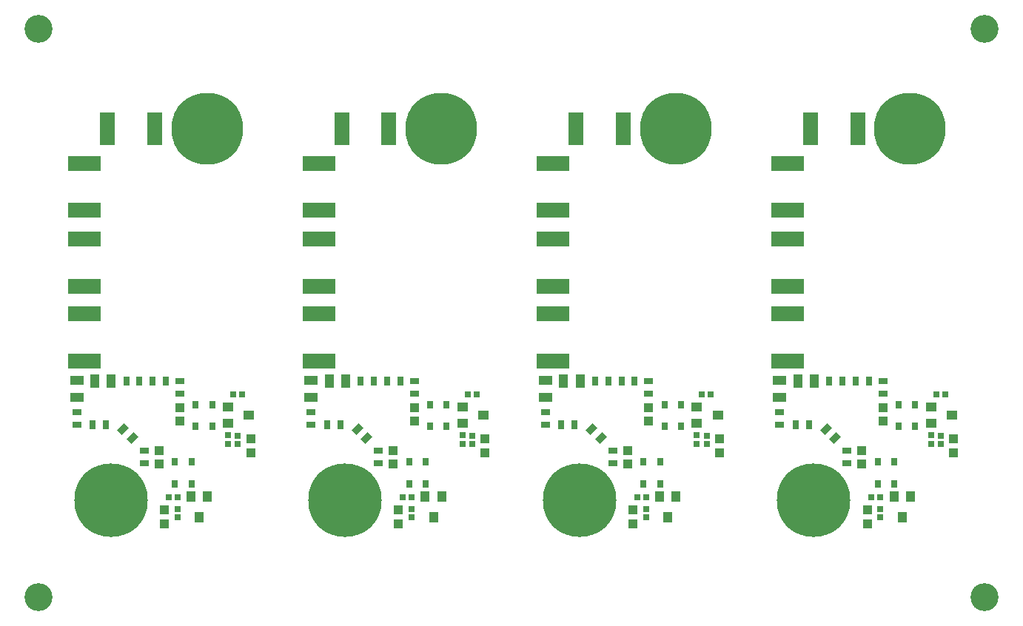
<source format=gts>
G04*
G04 #@! TF.GenerationSoftware,Altium Limited,Altium Designer,20.1.14 (287)*
G04*
G04 Layer_Color=8388736*
%FSAX25Y25*%
%MOIN*%
G70*
G04*
G04 #@! TF.SameCoordinates,1876172F-CBA1-4FB9-98D7-45F53F2F45AF*
G04*
G04*
G04 #@! TF.FilePolarity,Negative*
G04*
G01*
G75*
%ADD46R,0.07099X0.14580*%
%ADD47R,0.14580X0.07099*%
%ADD48R,0.03162X0.04343*%
%ADD49R,0.04343X0.03162*%
%ADD50R,0.03950X0.03950*%
G04:AMPARAMS|DCode=51|XSize=31.62mil|YSize=43.43mil|CornerRadius=0mil|HoleSize=0mil|Usage=FLASHONLY|Rotation=135.000|XOffset=0mil|YOffset=0mil|HoleType=Round|Shape=Rectangle|*
%AMROTATEDRECTD51*
4,1,4,0.02654,0.00418,-0.00418,-0.02654,-0.02654,-0.00418,0.00418,0.02654,0.02654,0.00418,0.0*
%
%ADD51ROTATEDRECTD51*%

%ADD52R,0.02572X0.03556*%
%ADD53R,0.02769X0.03162*%
%ADD54R,0.04737X0.03950*%
%ADD55R,0.03162X0.02769*%
%ADD56R,0.03950X0.04737*%
%ADD57R,0.04343X0.05918*%
%ADD58R,0.05918X0.04343*%
%ADD59C,0.33084*%
%ADD60C,0.32296*%
%ADD61C,0.12611*%
%ADD62C,0.05524*%
D46*
X0411545Y0579801D02*
D03*
X0390285D02*
D03*
X0517058D02*
D03*
X0495799D02*
D03*
X0622572D02*
D03*
X0601312D02*
D03*
X0728085D02*
D03*
X0706825D02*
D03*
D47*
X0379899Y0564211D02*
D03*
Y0542951D02*
D03*
Y0530037D02*
D03*
Y0508778D02*
D03*
Y0496258D02*
D03*
Y0474998D02*
D03*
X0485412Y0564211D02*
D03*
Y0542951D02*
D03*
Y0530037D02*
D03*
Y0508778D02*
D03*
Y0496258D02*
D03*
Y0474998D02*
D03*
X0590926Y0564211D02*
D03*
Y0542951D02*
D03*
Y0530037D02*
D03*
Y0508778D02*
D03*
Y0496258D02*
D03*
Y0474998D02*
D03*
X0696439Y0564211D02*
D03*
Y0542951D02*
D03*
Y0530037D02*
D03*
Y0508778D02*
D03*
Y0496258D02*
D03*
Y0474998D02*
D03*
D48*
X0389577Y0446337D02*
D03*
X0383671D02*
D03*
X0404734Y0466022D02*
D03*
X0398829D02*
D03*
X0416624D02*
D03*
X0410718D02*
D03*
X0495090Y0446337D02*
D03*
X0489185D02*
D03*
X0510247Y0466022D02*
D03*
X0504342D02*
D03*
X0522137D02*
D03*
X0516232D02*
D03*
X0600603Y0446337D02*
D03*
X0594698D02*
D03*
X0615761Y0466022D02*
D03*
X0609855D02*
D03*
X0627650D02*
D03*
X0621745D02*
D03*
X0706116Y0446337D02*
D03*
X0700211D02*
D03*
X0721274Y0466022D02*
D03*
X0715368D02*
D03*
X0733164D02*
D03*
X0727258D02*
D03*
D49*
X0376506Y0446258D02*
D03*
Y0452164D02*
D03*
X0422963Y0460313D02*
D03*
Y0466219D02*
D03*
X0406821Y0429014D02*
D03*
Y0434919D02*
D03*
X0482019Y0446258D02*
D03*
Y0452164D02*
D03*
X0528476Y0460313D02*
D03*
Y0466219D02*
D03*
X0512334Y0429014D02*
D03*
Y0434919D02*
D03*
X0587532Y0446258D02*
D03*
Y0452164D02*
D03*
X0633989Y0460313D02*
D03*
Y0466219D02*
D03*
X0617847Y0429014D02*
D03*
Y0434919D02*
D03*
X0693046Y0446258D02*
D03*
Y0452164D02*
D03*
X0739502Y0460313D02*
D03*
Y0466219D02*
D03*
X0723360Y0429014D02*
D03*
Y0434919D02*
D03*
D50*
X0422963Y0454014D02*
D03*
Y0448108D02*
D03*
X0413514Y0428817D02*
D03*
Y0434723D02*
D03*
X0454852Y0433738D02*
D03*
Y0440037D02*
D03*
X0415876Y0401849D02*
D03*
Y0408148D02*
D03*
X0528476Y0454014D02*
D03*
Y0448108D02*
D03*
X0519027Y0428817D02*
D03*
Y0434723D02*
D03*
X0560365Y0433738D02*
D03*
Y0440037D02*
D03*
X0521389Y0401849D02*
D03*
Y0408148D02*
D03*
X0633989Y0454014D02*
D03*
Y0448108D02*
D03*
X0624540Y0428817D02*
D03*
Y0434723D02*
D03*
X0665879Y0433738D02*
D03*
Y0440037D02*
D03*
X0626902Y0401849D02*
D03*
Y0408148D02*
D03*
X0739502Y0454014D02*
D03*
Y0448108D02*
D03*
X0730053Y0428817D02*
D03*
Y0434723D02*
D03*
X0771392Y0433738D02*
D03*
Y0440037D02*
D03*
X0732416Y0401849D02*
D03*
Y0408148D02*
D03*
D51*
X0401428Y0440312D02*
D03*
X0397253Y0444488D02*
D03*
X0506942Y0440312D02*
D03*
X0502766Y0444488D02*
D03*
X0612455Y0440312D02*
D03*
X0608279Y0444488D02*
D03*
X0717968Y0440312D02*
D03*
X0713792Y0444488D02*
D03*
D52*
X0437530Y0445746D02*
D03*
Y0455589D02*
D03*
X0430049Y0445746D02*
D03*
Y0455589D02*
D03*
X0428081Y0419762D02*
D03*
Y0429604D02*
D03*
X0420600D02*
D03*
Y0419762D02*
D03*
X0543043Y0445746D02*
D03*
Y0455589D02*
D03*
X0535562Y0445746D02*
D03*
Y0455589D02*
D03*
X0533594Y0419762D02*
D03*
Y0429604D02*
D03*
X0526114D02*
D03*
Y0419762D02*
D03*
X0648556Y0445746D02*
D03*
Y0455589D02*
D03*
X0641076Y0445746D02*
D03*
Y0455589D02*
D03*
X0639107Y0419762D02*
D03*
Y0429604D02*
D03*
X0631627D02*
D03*
Y0419762D02*
D03*
X0754069Y0445746D02*
D03*
Y0455589D02*
D03*
X0746589Y0445746D02*
D03*
Y0455589D02*
D03*
X0744620Y0419762D02*
D03*
Y0429604D02*
D03*
X0737140D02*
D03*
Y0419762D02*
D03*
D53*
X0450915Y0460116D02*
D03*
X0446978D02*
D03*
X0421781Y0413659D02*
D03*
X0417844D02*
D03*
X0556428Y0460116D02*
D03*
X0552492D02*
D03*
X0527295Y0413659D02*
D03*
X0523358D02*
D03*
X0661942Y0460116D02*
D03*
X0658005D02*
D03*
X0632808Y0413659D02*
D03*
X0628871D02*
D03*
X0767455Y0460116D02*
D03*
X0763518D02*
D03*
X0738321Y0413659D02*
D03*
X0734384D02*
D03*
D54*
X0444616Y0454408D02*
D03*
Y0446927D02*
D03*
X0454065Y0450667D02*
D03*
X0550129Y0454408D02*
D03*
Y0446927D02*
D03*
X0559578Y0450667D02*
D03*
X0655643Y0454408D02*
D03*
Y0446927D02*
D03*
X0665091Y0450667D02*
D03*
X0761156Y0454408D02*
D03*
Y0446927D02*
D03*
X0770605Y0450667D02*
D03*
D55*
X0444616Y0441612D02*
D03*
Y0437675D02*
D03*
X0449059Y0441577D02*
D03*
Y0437640D02*
D03*
X0421781Y0408541D02*
D03*
Y0404604D02*
D03*
X0550129Y0441612D02*
D03*
Y0437675D02*
D03*
X0554573Y0441577D02*
D03*
Y0437640D02*
D03*
X0527295Y0408541D02*
D03*
Y0404604D02*
D03*
X0655643Y0441612D02*
D03*
Y0437675D02*
D03*
X0660086Y0441577D02*
D03*
Y0437640D02*
D03*
X0632808Y0408541D02*
D03*
Y0404604D02*
D03*
X0761156Y0441612D02*
D03*
Y0437675D02*
D03*
X0765599Y0441577D02*
D03*
Y0437640D02*
D03*
X0738321Y0408541D02*
D03*
Y0404604D02*
D03*
D56*
X0435364Y0414053D02*
D03*
X0427884D02*
D03*
X0431624Y0404604D02*
D03*
X0540877Y0414053D02*
D03*
X0533397D02*
D03*
X0537137Y0404604D02*
D03*
X0646391Y0414053D02*
D03*
X0638910D02*
D03*
X0642650Y0404604D02*
D03*
X0751904Y0414053D02*
D03*
X0744423D02*
D03*
X0748164Y0404604D02*
D03*
D57*
X0392057Y0466022D02*
D03*
X0384577D02*
D03*
X0497570D02*
D03*
X0490090D02*
D03*
X0603084D02*
D03*
X0595603D02*
D03*
X0708597D02*
D03*
X0701116D02*
D03*
D58*
X0376506Y0458817D02*
D03*
Y0466297D02*
D03*
X0482019Y0458817D02*
D03*
Y0466297D02*
D03*
X0587532Y0458817D02*
D03*
Y0466297D02*
D03*
X0693046Y0458817D02*
D03*
Y0466297D02*
D03*
D59*
X0391860Y0412478D02*
D03*
X0497373D02*
D03*
X0602887D02*
D03*
X0708400D02*
D03*
D60*
X0435167Y0579762D02*
D03*
X0540681D02*
D03*
X0646194D02*
D03*
X0751707D02*
D03*
D61*
X0785245Y0368778D02*
D03*
Y0624684D02*
D03*
X0359182D02*
D03*
Y0368778D02*
D03*
D62*
X0391860Y0412478D02*
D03*
X0435167Y0579762D02*
D03*
X0497373Y0412478D02*
D03*
X0540681Y0579762D02*
D03*
X0602887Y0412478D02*
D03*
X0646194Y0579762D02*
D03*
X0708400Y0412478D02*
D03*
X0751707Y0579762D02*
D03*
M02*

</source>
